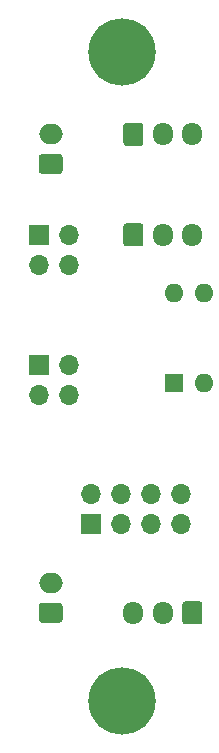
<source format=gbs>
G04 #@! TF.GenerationSoftware,KiCad,Pcbnew,5.1.9+dfsg1-1*
G04 #@! TF.CreationDate,2022-11-10T16:03:50+09:00*
G04 #@! TF.ProjectId,din-photocoupler,64696e2d-7068-46f7-946f-636f75706c65,rev?*
G04 #@! TF.SameCoordinates,Original*
G04 #@! TF.FileFunction,Soldermask,Bot*
G04 #@! TF.FilePolarity,Negative*
%FSLAX46Y46*%
G04 Gerber Fmt 4.6, Leading zero omitted, Abs format (unit mm)*
G04 Created by KiCad (PCBNEW 5.1.9+dfsg1-1) date 2022-11-10 16:03:50*
%MOMM*%
%LPD*%
G01*
G04 APERTURE LIST*
%ADD10C,5.700000*%
%ADD11O,2.000000X1.700000*%
%ADD12O,1.700000X1.950000*%
%ADD13R,1.700000X1.700000*%
%ADD14O,1.700000X1.700000*%
%ADD15R,1.600000X1.600000*%
%ADD16O,1.600000X1.600000*%
G04 APERTURE END LIST*
D10*
X155000000Y-115000000D03*
X155000000Y-60000000D03*
G36*
G01*
X149750000Y-108350000D02*
X148250000Y-108350000D01*
G75*
G02*
X148000000Y-108100000I0J250000D01*
G01*
X148000000Y-106900000D01*
G75*
G02*
X148250000Y-106650000I250000J0D01*
G01*
X149750000Y-106650000D01*
G75*
G02*
X150000000Y-106900000I0J-250000D01*
G01*
X150000000Y-108100000D01*
G75*
G02*
X149750000Y-108350000I-250000J0D01*
G01*
G37*
D11*
X149000000Y-105000000D03*
D12*
X156000000Y-107500000D03*
X158500000Y-107500000D03*
G36*
G01*
X161850000Y-106775000D02*
X161850000Y-108225000D01*
G75*
G02*
X161600000Y-108475000I-250000J0D01*
G01*
X160400000Y-108475000D01*
G75*
G02*
X160150000Y-108225000I0J250000D01*
G01*
X160150000Y-106775000D01*
G75*
G02*
X160400000Y-106525000I250000J0D01*
G01*
X161600000Y-106525000D01*
G75*
G02*
X161850000Y-106775000I0J-250000D01*
G01*
G37*
D13*
X152380000Y-100000000D03*
D14*
X152380000Y-97460000D03*
X154920000Y-100000000D03*
X154920000Y-97460000D03*
X157460000Y-100000000D03*
X157460000Y-97460000D03*
X160000000Y-100000000D03*
X160000000Y-97460000D03*
D13*
X148000000Y-86500000D03*
D14*
X150540000Y-86500000D03*
X148000000Y-89040000D03*
X150540000Y-89040000D03*
X150540000Y-78040000D03*
X148000000Y-78040000D03*
X150540000Y-75500000D03*
D13*
X148000000Y-75500000D03*
D11*
X149000000Y-67000000D03*
G36*
G01*
X149750000Y-70350000D02*
X148250000Y-70350000D01*
G75*
G02*
X148000000Y-70100000I0J250000D01*
G01*
X148000000Y-68900000D01*
G75*
G02*
X148250000Y-68650000I250000J0D01*
G01*
X149750000Y-68650000D01*
G75*
G02*
X150000000Y-68900000I0J-250000D01*
G01*
X150000000Y-70100000D01*
G75*
G02*
X149750000Y-70350000I-250000J0D01*
G01*
G37*
G36*
G01*
X155150000Y-67725000D02*
X155150000Y-66275000D01*
G75*
G02*
X155400000Y-66025000I250000J0D01*
G01*
X156600000Y-66025000D01*
G75*
G02*
X156850000Y-66275000I0J-250000D01*
G01*
X156850000Y-67725000D01*
G75*
G02*
X156600000Y-67975000I-250000J0D01*
G01*
X155400000Y-67975000D01*
G75*
G02*
X155150000Y-67725000I0J250000D01*
G01*
G37*
D12*
X158500000Y-67000000D03*
X161000000Y-67000000D03*
D15*
X159460000Y-88000000D03*
D16*
X162000000Y-80380000D03*
X162000000Y-88000000D03*
X159460000Y-80380000D03*
G36*
G01*
X155150000Y-76225000D02*
X155150000Y-74775000D01*
G75*
G02*
X155400000Y-74525000I250000J0D01*
G01*
X156600000Y-74525000D01*
G75*
G02*
X156850000Y-74775000I0J-250000D01*
G01*
X156850000Y-76225000D01*
G75*
G02*
X156600000Y-76475000I-250000J0D01*
G01*
X155400000Y-76475000D01*
G75*
G02*
X155150000Y-76225000I0J250000D01*
G01*
G37*
D12*
X158500000Y-75500000D03*
X161000000Y-75500000D03*
M02*

</source>
